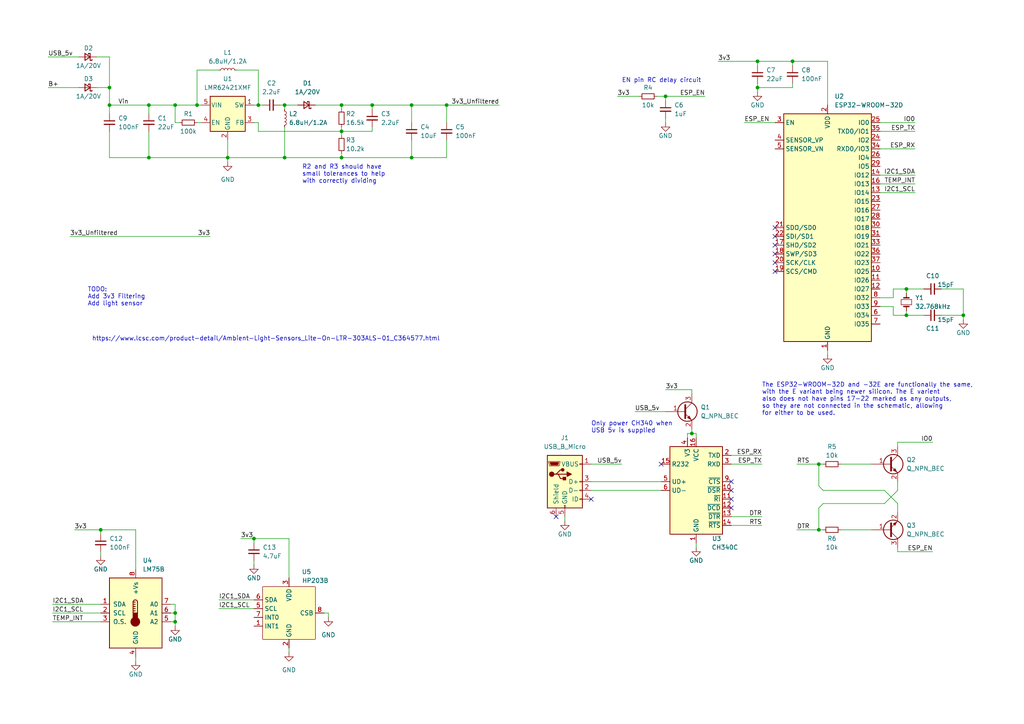
<source format=kicad_sch>
(kicad_sch (version 20211123) (generator eeschema)
  (paper "A4")
  (lib_symbols
    (symbol "Connector:USB_B_Micro" (pin_names (offset 1.016))
      (property "Reference" "J" (at -5.08 11.43 0))
      (property "Value" "USB_B_Micro" (at -5.08 8.89 0))
      (symbol "USB_B_Micro_0_1"
        (rectangle (start -5.08 -7.62) (end 5.08 7.62) (stroke (width 0.254)) (fill (type background)))
        (circle (center -3.81 2.159) (radius 0.635) (stroke (width 0.254)) (fill (type outline)))
        (circle (center -0.635 3.429) (radius 0.381) (stroke (width 0.254)) (fill (type outline)))
        (rectangle (start -0.127 -7.62) (end 0.127 -6.858))
        (polyline (pts (xy -1.905 2.159) (xy 0.635 2.159)) (stroke (width 0.254)))
        (polyline (pts (xy -3.175 2.159) (xy -2.54 2.159) (xy -1.27 3.429) (xy -0.635 3.429)) (stroke (width 0.254)))
        (polyline (pts (xy -2.54 2.159) (xy -1.905 2.159) (xy -1.27 0.889) (xy 0 0.889)) (stroke (width 0.254)))
        (polyline (pts (xy 0.635 2.794) (xy 0.635 1.524) (xy 1.905 2.159) (xy 0.635 2.794)) (stroke (width 0.254)) (fill (type outline)))
        (polyline (pts (xy -4.318 5.588) (xy -1.778 5.588) (xy -2.032 4.826) (xy -4.064 4.826) (xy -4.318 5.588)) (fill (type outline)))
        (polyline (pts (xy -4.699 5.842) (xy -4.699 5.588) (xy -4.445 4.826) (xy -4.445 4.572) (xy -1.651 4.572) (xy -1.651 4.826) (xy -1.397 5.588) (xy -1.397 5.842) (xy -4.699 5.842)))
        (rectangle (start 0.254 1.27) (end -0.508 0.508) (stroke (width 0.254)) (fill (type outline)))
        (rectangle (start 5.08 -5.207) (end 4.318 -4.953))
        (rectangle (start 5.08 -2.667) (end 4.318 -2.413))
        (rectangle (start 5.08 -0.127) (end 4.318 0.127))
        (rectangle (start 5.08 4.953) (end 4.318 5.207))
      )
      (symbol "USB_B_Micro_1_1"
        (pin power_out line (at 7.62 5.08 180) (length 2.54) (name "VBUS") (number "1"))
        (pin bidirectional line (at 7.62 -2.54 180) (length 2.54) (name "D-") (number "2"))
        (pin bidirectional line (at 7.62 0 180) (length 2.54) (name "D+") (number "3"))
        (pin passive line (at 7.62 -5.08 180) (length 2.54) (name "ID") (number "4"))
        (pin power_out line (at 0 -10.16 90) (length 2.54) (name "GND") (number "5"))
        (pin passive line (at -2.54 -10.16 90) (length 2.54) (name "Shield") (number "6"))
      )
    )
    (symbol "Device:C_Small" (pin_numbers hide) (pin_names (offset 0.254) hide)
      (property "Reference" "C" (at 0.254 1.778 0))
      (property "Value" "C_Small" (at 0.254 -2.032 0))
      (symbol "C_Small_0_1"
        (polyline (pts (xy -1.524 -0.508) (xy 1.524 -0.508)) (stroke (width 0.3302)))
        (polyline (pts (xy -1.524 0.508) (xy 1.524 0.508)) (stroke (width 0.3048)))
      )
      (symbol "C_Small_1_1"
        (pin passive line (at 0 2.54 270) (length 2.032) (name "~") (number "1"))
        (pin passive line (at 0 -2.54 90) (length 2.032) (name "~") (number "2"))
      )
    )
    (symbol "Device:Crystal_Small" (pin_numbers hide) (pin_names (offset 1.016) hide)
      (property "Reference" "Y" (at 0 2.54 0))
      (property "Value" "Crystal_Small" (at 0 -2.54 0))
      (symbol "Crystal_Small_0_1"
        (rectangle (start -0.762 -1.524) (end 0.762 1.524))
        (polyline (pts (xy -1.27 -0.762) (xy -1.27 0.762)) (stroke (width 0.381)))
        (polyline (pts (xy 1.27 -0.762) (xy 1.27 0.762)) (stroke (width 0.381)))
      )
      (symbol "Crystal_Small_1_1"
        (pin passive line (at -2.54 0 0) (length 1.27) (name "1") (number "1"))
        (pin passive line (at 2.54 0 180) (length 1.27) (name "2") (number "2"))
      )
    )
    (symbol "Device:D_Schottky_Small" (pin_numbers hide) (pin_names (offset 0.254) hide)
      (property "Reference" "D" (at -1.27 2.032 0))
      (property "Value" "D_Schottky_Small" (at -7.112 -2.032 0))
      (symbol "D_Schottky_Small_0_1"
        (polyline (pts (xy -0.762 0) (xy 0.762 0)))
        (polyline (pts (xy 0.762 -1.016) (xy -0.762 0) (xy 0.762 1.016) (xy 0.762 -1.016)) (stroke (width 0.254)))
        (polyline (pts (xy -1.27 0.762) (xy -1.27 1.016) (xy -0.762 1.016) (xy -0.762 -1.016) (xy -0.254 -1.016) (xy -0.254 -0.762)) (stroke (width 0.254)))
      )
      (symbol "D_Schottky_Small_1_1"
        (pin passive line (at -2.54 0 0) (length 1.778) (name "K") (number "1"))
        (pin passive line (at 2.54 0 180) (length 1.778) (name "A") (number "2"))
      )
    )
    (symbol "Device:L_Small" (pin_numbers hide) (pin_names (offset 0.254) hide)
      (property "Reference" "L" (at 0.762 1.016 0))
      (property "Value" "L_Small" (at 0.762 -1.016 0))
      (symbol "L_Small_0_1"
        (arc (start 0 -2.032) (mid 0.508 -1.524) (end 0 -1.016))
        (arc (start 0 -1.016) (mid 0.508 -0.508) (end 0 0))
        (arc (start 0 0) (mid 0.508 0.508) (end 0 1.016))
        (arc (start 0 1.016) (mid 0.508 1.524) (end 0 2.032))
      )
      (symbol "L_Small_1_1"
        (pin passive line (at 0 2.54 270) (length 0.508) (name "~") (number "1"))
        (pin passive line (at 0 -2.54 90) (length 0.508) (name "~") (number "2"))
      )
    )
    (symbol "Device:Q_NPN_BEC" (pin_names (offset 0) hide)
      (property "Reference" "Q" (at 5.08 1.27 0))
      (property "Value" "Q_NPN_BEC" (at 5.08 -1.27 0))
      (symbol "Q_NPN_BEC_0_1"
        (polyline (pts (xy 0.635 0.635) (xy 2.54 2.54)))
        (polyline (pts (xy 0.635 -0.635) (xy 2.54 -2.54) (xy 2.54 -2.54)))
        (polyline (pts (xy 0.635 1.905) (xy 0.635 -1.905) (xy 0.635 -1.905)) (stroke (width 0.508)))
        (polyline (pts (xy 1.27 -1.778) (xy 1.778 -1.27) (xy 2.286 -2.286) (xy 1.27 -1.778) (xy 1.27 -1.778)) (fill (type outline)))
        (circle (center 1.27 0) (radius 2.8194) (stroke (width 0.254)))
      )
      (symbol "Q_NPN_BEC_1_1"
        (pin input line (at -5.08 0 0) (length 5.715) (name "B") (number "1"))
        (pin passive line (at 2.54 -5.08 90) (length 2.54) (name "E") (number "2"))
        (pin passive line (at 2.54 5.08 270) (length 2.54) (name "C") (number "3"))
      )
    )
    (symbol "Device:R_Small" (pin_numbers hide) (pin_names (offset 0.254) hide)
      (property "Reference" "R" (at 0.762 0.508 0))
      (property "Value" "R_Small" (at 0.762 -1.016 0))
      (symbol "R_Small_0_1"
        (rectangle (start -0.762 1.778) (end 0.762 -1.778) (stroke (width 0.2032)))
      )
      (symbol "R_Small_1_1"
        (pin passive line (at 0 2.54 270) (length 0.762) (name "~") (number "1"))
        (pin passive line (at 0 -2.54 90) (length 0.762) (name "~") (number "2"))
      )
    )
    (symbol "ESP_Sensor_Board:HP203B"
      (property "Reference" "U" (at 6.35 11.43 0))
      (property "Value" "HP203B" (at 6.35 8.89 0))
      (symbol "HP203B_0_1"
        (rectangle (start -7.62 7.62) (end 7.62 -7.62) (fill (type background)))
      )
      (symbol "HP203B_1_1"
        (pin output line (at -10.16 -3.81 0) (length 2.54) (name "INT1") (number "1"))
        (pin power_in line (at 0 -10.16 90) (length 2.54) (name "GND") (number "2"))
        (pin power_in line (at 0 10.16 270) (length 2.54) (name "VDD") (number "3"))
        (pin no_connect line (at 10.16 -5.08 180) (length 2.54) hide (name "NC") (number "4"))
        (pin input line (at -10.16 1.27 0) (length 2.54) (name "SCL") (number "5"))
        (pin bidirectional line (at -10.16 3.81 0) (length 2.54) (name "SDA") (number "6"))
        (pin output line (at -10.16 -1.27 0) (length 2.54) (name "INT0") (number "7"))
        (pin passive line (at 10.16 0 180) (length 2.54) (name "CSB") (number "8"))
      )
    )
    (symbol "Interface_USB:CH340C"
      (property "Reference" "U" (at -5.08 13.97 0))
      (property "Value" "CH340C" (at 1.27 13.97 0))
      (symbol "CH340C_0_1"
        (rectangle (start -7.62 12.7) (end 7.62 -12.7) (stroke (width 0.254)) (fill (type background)))
      )
      (symbol "CH340C_1_1"
        (pin power_in line (at 0 -15.24 90) (length 2.54) (name "GND") (number "1"))
        (pin input line (at 10.16 0 180) (length 2.54) (name "~{DSR}") (number "10"))
        (pin input line (at 10.16 -2.54 180) (length 2.54) (name "~{RI}") (number "11"))
        (pin input line (at 10.16 -5.08 180) (length 2.54) (name "~{DCD}") (number "12"))
        (pin output line (at 10.16 -7.62 180) (length 2.54) (name "~{DTR}") (number "13"))
        (pin output line (at 10.16 -10.16 180) (length 2.54) (name "~{RTS}") (number "14"))
        (pin input line (at -10.16 7.62 0) (length 2.54) (name "R232") (number "15"))
        (pin power_in line (at 0 15.24 270) (length 2.54) (name "VCC") (number "16"))
        (pin output line (at 10.16 10.16 180) (length 2.54) (name "TXD") (number "2"))
        (pin input line (at 10.16 7.62 180) (length 2.54) (name "RXD") (number "3"))
        (pin passive line (at -2.54 15.24 270) (length 2.54) (name "V3") (number "4"))
        (pin bidirectional line (at -10.16 2.54 0) (length 2.54) (name "UD+") (number "5"))
        (pin bidirectional line (at -10.16 0 0) (length 2.54) (name "UD-") (number "6"))
        (pin no_connect line (at -7.62 -7.62 0) (length 2.54) hide (name "NC") (number "7"))
        (pin no_connect line (at -7.62 -10.16 0) (length 2.54) hide (name "NC") (number "8"))
        (pin input line (at 10.16 2.54 180) (length 2.54) (name "~{CTS}") (number "9"))
      )
    )
    (symbol "RF_Module:ESP32-WROOM-32D"
      (property "Reference" "U" (at -12.7 34.29 0))
      (property "Value" "ESP32-WROOM-32D" (at 1.27 34.29 0))
      (symbol "ESP32-WROOM-32D_0_1"
        (rectangle (start -12.7 33.02) (end 12.7 -33.02) (stroke (width 0.254)) (fill (type background)))
      )
      (symbol "ESP32-WROOM-32D_1_1"
        (pin power_in line (at 0 -35.56 90) (length 2.54) (name "GND") (number "1"))
        (pin bidirectional line (at 15.24 -12.7 180) (length 2.54) (name "IO25") (number "10"))
        (pin bidirectional line (at 15.24 -15.24 180) (length 2.54) (name "IO26") (number "11"))
        (pin bidirectional line (at 15.24 -17.78 180) (length 2.54) (name "IO27") (number "12"))
        (pin bidirectional line (at 15.24 10.16 180) (length 2.54) (name "IO14") (number "13"))
        (pin bidirectional line (at 15.24 15.24 180) (length 2.54) (name "IO12") (number "14"))
        (pin passive line (at 0 -35.56 90) (length 2.54) hide (name "GND") (number "15"))
        (pin bidirectional line (at 15.24 12.7 180) (length 2.54) (name "IO13") (number "16"))
        (pin bidirectional line (at -15.24 -5.08 0) (length 2.54) (name "SHD/SD2") (number "17"))
        (pin bidirectional line (at -15.24 -7.62 0) (length 2.54) (name "SWP/SD3") (number "18"))
        (pin bidirectional line (at -15.24 -12.7 0) (length 2.54) (name "SCS/CMD") (number "19"))
        (pin power_in line (at 0 35.56 270) (length 2.54) (name "VDD") (number "2"))
        (pin bidirectional line (at -15.24 -10.16 0) (length 2.54) (name "SCK/CLK") (number "20"))
        (pin bidirectional line (at -15.24 0 0) (length 2.54) (name "SDO/SD0") (number "21"))
        (pin bidirectional line (at -15.24 -2.54 0) (length 2.54) (name "SDI/SD1") (number "22"))
        (pin bidirectional line (at 15.24 7.62 180) (length 2.54) (name "IO15") (number "23"))
        (pin bidirectional line (at 15.24 25.4 180) (length 2.54) (name "IO2") (number "24"))
        (pin bidirectional line (at 15.24 30.48 180) (length 2.54) (name "IO0") (number "25"))
        (pin bidirectional line (at 15.24 20.32 180) (length 2.54) (name "IO4") (number "26"))
        (pin bidirectional line (at 15.24 5.08 180) (length 2.54) (name "IO16") (number "27"))
        (pin bidirectional line (at 15.24 2.54 180) (length 2.54) (name "IO17") (number "28"))
        (pin bidirectional line (at 15.24 17.78 180) (length 2.54) (name "IO5") (number "29"))
        (pin input line (at -15.24 30.48 0) (length 2.54) (name "EN") (number "3"))
        (pin bidirectional line (at 15.24 0 180) (length 2.54) (name "IO18") (number "30"))
        (pin bidirectional line (at 15.24 -2.54 180) (length 2.54) (name "IO19") (number "31"))
        (pin no_connect line (at -12.7 -27.94 0) (length 2.54) hide (name "NC") (number "32"))
        (pin bidirectional line (at 15.24 -5.08 180) (length 2.54) (name "IO21") (number "33"))
        (pin bidirectional line (at 15.24 22.86 180) (length 2.54) (name "RXD0/IO3") (number "34"))
        (pin bidirectional line (at 15.24 27.94 180) (length 2.54) (name "TXD0/IO1") (number "35"))
        (pin bidirectional line (at 15.24 -7.62 180) (length 2.54) (name "IO22") (number "36"))
        (pin bidirectional line (at 15.24 -10.16 180) (length 2.54) (name "IO23") (number "37"))
        (pin passive line (at 0 -35.56 90) (length 2.54) hide (name "GND") (number "38"))
        (pin passive line (at 0 -35.56 90) (length 2.54) hide (name "GND") (number "39"))
        (pin input line (at -15.24 25.4 0) (length 2.54) (name "SENSOR_VP") (number "4"))
        (pin input line (at -15.24 22.86 0) (length 2.54) (name "SENSOR_VN") (number "5"))
        (pin input line (at 15.24 -25.4 180) (length 2.54) (name "IO34") (number "6"))
        (pin input line (at 15.24 -27.94 180) (length 2.54) (name "IO35") (number "7"))
        (pin bidirectional line (at 15.24 -20.32 180) (length 2.54) (name "IO32") (number "8"))
        (pin bidirectional line (at 15.24 -22.86 180) (length 2.54) (name "IO33") (number "9"))
      )
    )
    (symbol "Regulator_Switching:LMR62421XMF" (pin_names (offset 0.254))
      (property "Reference" "U" (at -5.08 6.35 0))
      (property "Value" "LMR62421XMF" (at 0 6.35 0))
      (symbol "LMR62421XMF_0_1"
        (rectangle (start -5.08 5.08) (end 5.08 -5.08) (stroke (width 0.254)) (fill (type background)))
      )
      (symbol "LMR62421XMF_1_1"
        (pin output line (at 7.62 2.54 180) (length 2.54) (name "SW") (number "1"))
        (pin power_in line (at 0 -7.62 90) (length 2.54) (name "GND") (number "2"))
        (pin input line (at 7.62 -2.54 180) (length 2.54) (name "FB") (number "3"))
        (pin input line (at -7.62 -2.54 0) (length 2.54) (name "EN") (number "4"))
        (pin input line (at -7.62 2.54 0) (length 2.54) (name "VIN") (number "5"))
      )
    )
    (symbol "Sensor_Temperature:LM75B" (pin_names (offset 1.016))
      (property "Reference" "U" (at -6.35 11.43 0))
      (property "Value" "LM75B" (at 0 11.43 0))
      (symbol "LM75B_0_1"
        (rectangle (start -7.62 10.16) (end 7.62 -10.16) (stroke (width 0.254)) (fill (type background)))
        (circle (center -0.127 -2.54) (radius 1.27) (stroke (width 0.254)) (fill (type outline)))
        (polyline (pts (xy -0.762 0.635) (xy -0.127 0.635)) (stroke (width 0.254)))
        (polyline (pts (xy -0.762 1.27) (xy -0.127 1.27)) (stroke (width 0.254)))
        (polyline (pts (xy -0.762 1.905) (xy -0.127 1.905)) (stroke (width 0.254)))
        (polyline (pts (xy -0.762 2.54) (xy -0.127 2.54)) (stroke (width 0.254)))
        (polyline (pts (xy -0.762 3.175) (xy -0.762 0)) (stroke (width 0.254)))
        (polyline (pts (xy -0.762 3.175) (xy -0.127 3.175)) (stroke (width 0.254)))
        (polyline (pts (xy 0.508 3.175) (xy 0.508 0)) (stroke (width 0.254)))
        (rectangle (start 0.508 -1.905) (end -0.762 0) (stroke (width 0.254)) (fill (type outline)))
        (arc (start 0.508 3.175) (mid -0.127 3.81) (end -0.762 3.175) (stroke (width 0.254)))
      )
      (symbol "LM75B_1_1"
        (pin bidirectional line (at -10.16 2.54 0) (length 2.54) (name "SDA") (number "1"))
        (pin input line (at -10.16 0 0) (length 2.54) (name "SCL") (number "2"))
        (pin open_collector line (at -10.16 -2.54 0) (length 2.54) (name "O.S.") (number "3"))
        (pin power_in line (at 0 -12.7 90) (length 2.54) (name "GND") (number "4"))
        (pin input line (at 10.16 -2.54 180) (length 2.54) (name "A2") (number "5"))
        (pin input line (at 10.16 0 180) (length 2.54) (name "A1") (number "6"))
        (pin input line (at 10.16 2.54 180) (length 2.54) (name "A0") (number "7"))
        (pin power_in line (at 0 12.7 270) (length 2.54) (name "+Vs") (number "8"))
      )
    )
    (symbol "power:GND" (power) (pin_names (offset 0))
      (property "Value" "GND" (at 0 -3.81 0))
      (symbol "GND_0_1"
        (polyline (pts (xy 0 0) (xy 0 -1.27) (xy 1.27 -1.27) (xy 0 -2.54) (xy -1.27 -1.27) (xy 0 -1.27)))
      )
      (symbol "GND_1_1"
        (pin power_in line (at 0 0 270) (length 0) hide (name "GND") (number "1"))
      )
    )
  )
  (junction (at 129.54 30.48))
  (junction (at 50.8 30.48))
  (junction (at 74.93 30.48))
  (junction (at 29.21 153.67))
  (junction (at 99.06 45.72))
  (junction (at 107.95 30.48))
  (junction (at 237.49 153.67))
  (junction (at 82.55 45.72))
  (junction (at 219.71 17.78))
  (junction (at 82.55 30.48))
  (junction (at 43.18 45.72))
  (junction (at 50.8 177.8))
  (junction (at 31.75 25.4))
  (junction (at 66.04 45.72))
  (junction (at 237.49 134.62))
  (junction (at 119.38 45.72))
  (junction (at 200.66 125.73))
  (junction (at 50.8 180.34))
  (junction (at 43.18 30.48))
  (junction (at 99.06 38.1))
  (junction (at 229.87 17.78))
  (junction (at 99.06 30.48))
  (junction (at 262.89 91.44))
  (junction (at 193.04 27.94))
  (junction (at 119.38 30.48))
  (junction (at 262.89 83.82))
  (junction (at 219.71 25.4))
  (junction (at 57.15 30.48))
  (junction (at 279.4 91.44))
  (junction (at 73.66 156.21))
  (junction (at 31.75 30.48))
  (no_connect (at 171.45 144.78))
  (no_connect (at 224.79 71.12))
  (no_connect (at 224.79 68.58))
  (no_connect (at 191.77 134.62))
  (no_connect (at 212.09 139.7))
  (no_connect (at 212.09 142.24))
  (no_connect (at 212.09 147.32))
  (no_connect (at 212.09 144.78))
  (no_connect (at 161.29 149.86))
  (no_connect (at 224.79 73.66))
  (no_connect (at 224.79 76.2))
  (no_connect (at 224.79 78.74))
  (no_connect (at 224.79 66.04))
  (wire (pts (xy 50.8 180.34) (xy 50.8 181.61)))
  (wire (pts (xy 200.66 124.46) (xy 200.66 125.73)))
  (wire (pts (xy 262.89 90.17) (xy 262.89 91.44)))
  (wire (pts (xy 237.49 140.97) (xy 237.49 134.62)))
  (wire (pts (xy 262.89 91.44) (xy 267.97 91.44)))
  (wire (pts (xy 273.05 83.82) (xy 279.4 83.82)))
  (wire (pts (xy 231.14 134.62) (xy 237.49 134.62)))
  (wire (pts (xy 212.09 149.86) (xy 220.98 149.86)))
  (wire (pts (xy 99.06 39.37) (xy 99.06 38.1)))
  (wire (pts (xy 255.27 50.8) (xy 265.43 50.8)))
  (wire (pts (xy 99.06 44.45) (xy 99.06 45.72)))
  (wire (pts (xy 63.5 173.99) (xy 73.66 173.99)))
  (wire (pts (xy 49.53 175.26) (xy 50.8 175.26)))
  (wire (pts (xy 260.35 158.75) (xy 260.35 160.02)))
  (wire (pts (xy 82.55 45.72) (xy 66.04 45.72)))
  (wire (pts (xy 95.25 177.8) (xy 95.25 179.07)))
  (wire (pts (xy 20.32 68.58) (xy 60.96 68.58)))
  (wire (pts (xy 229.87 24.13) (xy 229.87 25.4)))
  (wire (pts (xy 63.5 20.32) (xy 57.15 20.32)))
  (wire (pts (xy 15.24 177.8) (xy 29.21 177.8)))
  (wire (pts (xy 66.04 45.72) (xy 66.04 46.99)))
  (wire (pts (xy 43.18 45.72) (xy 66.04 45.72)))
  (wire (pts (xy 73.66 156.21) (xy 83.82 156.21)))
  (wire (pts (xy 83.82 187.96) (xy 83.82 189.23)))
  (wire (pts (xy 193.04 27.94) (xy 193.04 29.21)))
  (wire (pts (xy 237.49 153.67) (xy 238.76 153.67)))
  (wire (pts (xy 74.93 35.56) (xy 73.66 35.56)))
  (wire (pts (xy 240.03 101.6) (xy 240.03 102.87)))
  (wire (pts (xy 107.95 31.75) (xy 107.95 30.48)))
  (wire (pts (xy 255.27 88.9) (xy 259.08 88.9)))
  (wire (pts (xy 13.97 25.4) (xy 22.86 25.4)))
  (wire (pts (xy 255.27 55.88) (xy 265.43 55.88)))
  (wire (pts (xy 201.93 125.73) (xy 201.93 127)))
  (wire (pts (xy 31.75 38.1) (xy 31.75 45.72)))
  (wire (pts (xy 255.27 53.34) (xy 265.43 53.34)))
  (wire (pts (xy 190.5 27.94) (xy 193.04 27.94)))
  (wire (pts (xy 179.07 27.94) (xy 185.42 27.94)))
  (wire (pts (xy 73.66 162.56) (xy 73.66 163.83)))
  (wire (pts (xy 99.06 30.48) (xy 107.95 30.48)))
  (wire (pts (xy 31.75 30.48) (xy 31.75 33.02)))
  (wire (pts (xy 57.15 30.48) (xy 58.42 30.48)))
  (wire (pts (xy 13.97 16.51) (xy 22.86 16.51)))
  (wire (pts (xy 259.08 83.82) (xy 262.89 83.82)))
  (wire (pts (xy 31.75 25.4) (xy 31.75 30.48)))
  (wire (pts (xy 29.21 153.67) (xy 29.21 154.94)))
  (wire (pts (xy 212.09 134.62) (xy 220.98 134.62)))
  (wire (pts (xy 260.35 142.24) (xy 260.35 139.7)))
  (wire (pts (xy 93.98 177.8) (xy 95.25 177.8)))
  (wire (pts (xy 200.66 125.73) (xy 201.93 125.73)))
  (wire (pts (xy 208.28 17.78) (xy 219.71 17.78)))
  (wire (pts (xy 99.06 30.48) (xy 99.06 31.75)))
  (wire (pts (xy 193.04 34.29) (xy 193.04 35.56)))
  (wire (pts (xy 107.95 36.83) (xy 107.95 38.1)))
  (wire (pts (xy 82.55 30.48) (xy 86.36 30.48)))
  (wire (pts (xy 200.66 113.03) (xy 200.66 114.3)))
  (wire (pts (xy 237.49 134.62) (xy 238.76 134.62)))
  (wire (pts (xy 193.04 113.03) (xy 200.66 113.03)))
  (wire (pts (xy 74.93 30.48) (xy 73.66 30.48)))
  (wire (pts (xy 68.58 20.32) (xy 74.93 20.32)))
  (wire (pts (xy 171.45 139.7) (xy 191.77 139.7)))
  (wire (pts (xy 229.87 25.4) (xy 219.71 25.4)))
  (wire (pts (xy 256.54 146.05) (xy 260.35 142.24)))
  (wire (pts (xy 27.94 25.4) (xy 31.75 25.4)))
  (wire (pts (xy 219.71 24.13) (xy 219.71 25.4)))
  (wire (pts (xy 82.55 30.48) (xy 82.55 31.75)))
  (wire (pts (xy 50.8 30.48) (xy 57.15 30.48)))
  (wire (pts (xy 29.21 160.02) (xy 29.21 161.29)))
  (wire (pts (xy 39.37 165.1) (xy 39.37 153.67)))
  (wire (pts (xy 49.53 180.34) (xy 50.8 180.34)))
  (wire (pts (xy 265.43 35.56) (xy 255.27 35.56)))
  (wire (pts (xy 50.8 175.26) (xy 50.8 177.8)))
  (wire (pts (xy 74.93 38.1) (xy 74.93 35.56)))
  (wire (pts (xy 99.06 38.1) (xy 74.93 38.1)))
  (wire (pts (xy 27.94 16.51) (xy 31.75 16.51)))
  (wire (pts (xy 91.44 30.48) (xy 99.06 30.48)))
  (wire (pts (xy 99.06 45.72) (xy 119.38 45.72)))
  (wire (pts (xy 259.08 88.9) (xy 259.08 91.44)))
  (wire (pts (xy 256.54 142.24) (xy 238.76 142.24)))
  (wire (pts (xy 171.45 134.62) (xy 180.34 134.62)))
  (wire (pts (xy 49.53 177.8) (xy 50.8 177.8)))
  (wire (pts (xy 279.4 91.44) (xy 279.4 92.71)))
  (wire (pts (xy 74.93 30.48) (xy 76.2 30.48)))
  (wire (pts (xy 215.9 35.56) (xy 224.79 35.56)))
  (wire (pts (xy 99.06 38.1) (xy 107.95 38.1)))
  (wire (pts (xy 212.09 152.4) (xy 220.98 152.4)))
  (wire (pts (xy 260.35 129.54) (xy 260.35 128.27)))
  (wire (pts (xy 259.08 86.36) (xy 259.08 83.82)))
  (wire (pts (xy 243.84 153.67) (xy 252.73 153.67)))
  (wire (pts (xy 184.15 119.38) (xy 193.04 119.38)))
  (wire (pts (xy 39.37 190.5) (xy 39.37 191.77)))
  (wire (pts (xy 31.75 16.51) (xy 31.75 25.4)))
  (wire (pts (xy 273.05 91.44) (xy 279.4 91.44)))
  (wire (pts (xy 119.38 35.56) (xy 119.38 30.48)))
  (wire (pts (xy 43.18 38.1) (xy 43.18 45.72)))
  (wire (pts (xy 15.24 175.26) (xy 29.21 175.26)))
  (wire (pts (xy 229.87 17.78) (xy 229.87 19.05)))
  (wire (pts (xy 219.71 17.78) (xy 229.87 17.78)))
  (wire (pts (xy 229.87 17.78) (xy 240.03 17.78)))
  (wire (pts (xy 82.55 45.72) (xy 99.06 45.72)))
  (wire (pts (xy 50.8 35.56) (xy 50.8 30.48)))
  (wire (pts (xy 31.75 30.48) (xy 43.18 30.48)))
  (wire (pts (xy 129.54 30.48) (xy 144.78 30.48)))
  (wire (pts (xy 262.89 83.82) (xy 262.89 85.09)))
  (wire (pts (xy 256.54 142.24) (xy 260.35 146.05)))
  (wire (pts (xy 43.18 30.48) (xy 43.18 33.02)))
  (wire (pts (xy 50.8 177.8) (xy 50.8 180.34)))
  (wire (pts (xy 63.5 176.53) (xy 73.66 176.53)))
  (wire (pts (xy 279.4 83.82) (xy 279.4 91.44)))
  (wire (pts (xy 81.28 30.48) (xy 82.55 30.48)))
  (wire (pts (xy 255.27 43.18) (xy 265.43 43.18)))
  (wire (pts (xy 193.04 27.94) (xy 204.47 27.94)))
  (wire (pts (xy 21.59 153.67) (xy 29.21 153.67)))
  (wire (pts (xy 99.06 36.83) (xy 99.06 38.1)))
  (wire (pts (xy 262.89 83.82) (xy 267.97 83.82)))
  (wire (pts (xy 259.08 91.44) (xy 262.89 91.44)))
  (wire (pts (xy 31.75 45.72) (xy 43.18 45.72)))
  (wire (pts (xy 163.83 149.86) (xy 163.83 151.13)))
  (wire (pts (xy 15.24 180.34) (xy 29.21 180.34)))
  (wire (pts (xy 52.07 35.56) (xy 50.8 35.56)))
  (wire (pts (xy 119.38 40.64) (xy 119.38 45.72)))
  (wire (pts (xy 83.82 167.64) (xy 83.82 156.21)))
  (wire (pts (xy 219.71 17.78) (xy 219.71 19.05)))
  (wire (pts (xy 129.54 30.48) (xy 129.54 35.56)))
  (wire (pts (xy 255.27 38.1) (xy 265.43 38.1)))
  (wire (pts (xy 66.04 40.64) (xy 66.04 45.72)))
  (wire (pts (xy 43.18 30.48) (xy 50.8 30.48)))
  (wire (pts (xy 219.71 25.4) (xy 219.71 26.67)))
  (wire (pts (xy 238.76 142.24) (xy 237.49 140.97)))
  (wire (pts (xy 260.35 160.02) (xy 270.51 160.02)))
  (wire (pts (xy 29.21 153.67) (xy 39.37 153.67)))
  (wire (pts (xy 82.55 36.83) (xy 82.55 45.72)))
  (wire (pts (xy 237.49 147.32) (xy 237.49 153.67)))
  (wire (pts (xy 260.35 146.05) (xy 260.35 148.59)))
  (wire (pts (xy 73.66 156.21) (xy 73.66 157.48)))
  (wire (pts (xy 243.84 134.62) (xy 252.73 134.62)))
  (wire (pts (xy 129.54 45.72) (xy 119.38 45.72)))
  (wire (pts (xy 57.15 20.32) (xy 57.15 30.48)))
  (wire (pts (xy 255.27 86.36) (xy 259.08 86.36)))
  (wire (pts (xy 69.85 156.21) (xy 73.66 156.21)))
  (wire (pts (xy 238.76 146.05) (xy 237.49 147.32)))
  (wire (pts (xy 199.39 125.73) (xy 200.66 125.73)))
  (wire (pts (xy 240.03 30.48) (xy 240.03 17.78)))
  (wire (pts (xy 129.54 40.64) (xy 129.54 45.72)))
  (wire (pts (xy 74.93 20.32) (xy 74.93 30.48)))
  (wire (pts (xy 171.45 142.24) (xy 191.77 142.24)))
  (wire (pts (xy 119.38 30.48) (xy 129.54 30.48)))
  (wire (pts (xy 238.76 146.05) (xy 256.54 146.05)))
  (wire (pts (xy 107.95 30.48) (xy 119.38 30.48)))
  (wire (pts (xy 57.15 35.56) (xy 58.42 35.56)))
  (wire (pts (xy 199.39 127) (xy 199.39 125.73)))
  (wire (pts (xy 231.14 153.67) (xy 237.49 153.67)))
  (wire (pts (xy 201.93 157.48) (xy 201.93 158.75)))
  (wire (pts (xy 212.09 132.08) (xy 220.98 132.08)))
  (wire (pts (xy 260.35 128.27) (xy 270.51 128.27)))
  (text "https://www.lcsc.com/product-detail/Ambient-Light-Sensors_Lite-On-LTR-303ALS-01_C364577.html" (at 26.67 99.06 0) (effects (font (size 1.27 1.27)) (justify left bottom)))
  (text "EN pin RC delay circuit" (at 180.34 24.13 0) (effects (font (size 1.27 1.27)) (justify left bottom)))
  (text "The ESP32-WROOM-32D and -32E are functionally the same,\nwith the E variant being newer silicon. The E varient\nalso does not have pins 17-22 marked as any outputs,\nso they are not connected in the schematic, allowing\nfor either to be used." (at 220.98 120.65 0) (effects (font (size 1.27 1.27)) (justify left bottom)))
  (text "TODO:\nAdd 3v3 Filtering\nAdd light sensor" (at 25.4 88.9 0) (effects (font (size 1.27 1.27)) (justify left bottom)))
  (text "Only power CH340 when\nUSB 5v is supplied" (at 171.45 125.73 0) (effects (font (size 1.27 1.27)) (justify left bottom)))
  (text "R2 and R3 should have\nsmall tolerances to help\nwith correctly dividing" (at 87.63 53.34 0) (effects (font (size 1.27 1.27)) (justify left bottom)))
  (label "RTS" (at 231.14 134.62 0))
  (label "USB_5v" (at 13.97 16.51 0))
  (label "3v3" (at 60.96 68.58 180))
  (label "IO0" (at 270.51 128.27 180))
  (label "ESP_RX" (at 265.43 43.18 180))
  (label "I2C1_SCL" (at 63.5 176.53 0))
  (label "ESP_TX" (at 220.98 134.62 180))
  (label "DTR" (at 220.98 149.86 180))
  (label "3v3" (at 69.85 156.21 0))
  (label "ESP_TX" (at 265.43 38.1 180))
  (label "TEMP_INT" (at 15.24 180.34 0))
  (label "USB_5v" (at 180.34 134.62 180))
  (label "I2C1_SDA" (at 265.43 50.8 180))
  (label "I2C1_SDA" (at 63.5 173.99 0))
  (label "IO0" (at 265.43 35.56 180))
  (label "B+" (at 13.97 25.4 0))
  (label "ESP_EN" (at 270.51 160.02 180))
  (label "3v3_Unfiltered" (at 144.78 30.48 180))
  (label "I2C1_SCL" (at 265.43 55.88 180))
  (label "RTS" (at 220.98 152.4 180))
  (label "3v3" (at 193.04 113.03 0))
  (label "USB_5v" (at 184.15 119.38 0))
  (label "3v3" (at 208.28 17.78 0))
  (label "Vin" (at 34.29 30.48 0))
  (label "ESP_RX" (at 220.98 132.08 180))
  (label "3v3" (at 179.07 27.94 0))
  (label "ESP_EN" (at 215.9 35.56 0))
  (label "3v3" (at 21.59 153.67 0))
  (label "DTR" (at 231.14 153.67 0))
  (label "TEMP_INT" (at 265.43 53.34 180))
  (label "I2C1_SCL" (at 15.24 177.8 0))
  (label "I2C1_SDA" (at 15.24 175.26 0))
  (label "3v3_Unfiltered" (at 20.32 68.58 0))
  (label "ESP_EN" (at 204.47 27.94 180))
  (symbol (lib_id "Device:L_Small") (at 66.04 20.32 90) (unit 1)
    (property "Reference" "L1" (at 66.04 15.24 90))
    (property "Value" "6.8uH/1.2A" (at 66.04 17.78 90))
    (property "Footprint" "ESP_Sensor_Board:L_4.5x3.2" (effects hide))
    (property "LCSC Part Number" "C2929418" (effects hide))
    (property "Manufacturer" "SHOU HAN" (effects hide))
    (property "Manufacturer Part Number" "CY43-6.8UH" (effects hide))
  )
  (symbol (lib_id "Device:C_Small") (at 31.75 35.56 0) (unit 1)
    (property "Reference" "C9" (at 34.29 34.2962 0) (effects (justify left)))
    (property "Value" "100nF" (at 34.29 36.8362 0) (effects (justify left)))
    (property "Footprint" "Capacitor_SMD:C_0603_1608Metric" (effects hide))
    (property "LCSC Part Number" "C1590" (effects hide))
    (property "Manufacturer" "Samsung Electro-Mechanics" (effects hide))
    (property "Manufacturer Part Number" "CL10B104KA8NNNC" (effects hide))
  )
  (symbol (lib_id "Device:R_Small") (at 241.3 134.62 90) (unit 1)
    (property "Reference" "R5" (at 241.3 129.54 90))
    (property "Value" "10k" (at 241.3 132.08 90))
    (property "Footprint" "Resistor_SMD:R_0603_1608Metric" (effects hide))
    (property "LCSC Part Number" "C706017" (effects hide))
    (property "Manufacturer" "YAGEO" (effects hide))
    (property "Manufacturer Part Number" "RT0603DRE0710KL" (effects hide))
  )
  (symbol (lib_id "Device:C_Small") (at 73.66 160.02 0) (unit 1)
    (property "Reference" "C13" (at 76.2 158.7562 0) (effects (justify left)))
    (property "Value" "4.7uF" (at 76.2 161.2962 0) (effects (justify left)))
    (property "Footprint" "Capacitor_SMD:C_0603_1608Metric" (effects hide))
    (property "LCSC Part Number" "C8032" (effects hide))
    (property "Manufacturer" "Samsung Electro-Mechanics" (effects hide))
    (property "Manufacturer Part Number" "CL10A475KQ8NNNC" (effects hide))
  )
  (symbol (lib_id "power:GND") (at 73.66 163.83 0) (unit 1)
    (property "Reference" "#PWR0103" (effects hide))
    (property "Value" "GND" (at 73.66 167.64 0))
  )
  (symbol (lib_id "power:GND") (at 66.04 46.99 0) (unit 1)
    (property "Reference" "#PWR01" (effects hide))
    (property "Value" "GND" (at 66.04 52.07 0))
  )
  (symbol (lib_id "Device:C_Small") (at 78.74 30.48 90) (unit 1)
    (property "Reference" "C2" (at 78.7463 24.13 90))
    (property "Value" "2.2uF" (at 78.7463 26.67 90))
    (property "Footprint" "Capacitor_SMD:C_0603_1608Metric" (effects hide))
    (property "LCSC Part Number" "C23630" (effects hide))
    (property "Manufacturer" "Samsung Electro-Mechanics" (effects hide))
    (property "Manufacturer Part Number" "CL10A225KO8NNNC" (effects hide))
  )
  (symbol (lib_id "Device:C_Small") (at 43.18 35.56 0) (unit 1)
    (property "Reference" "C1" (at 45.72 34.2962 0) (effects (justify left)))
    (property "Value" "22uF" (at 45.72 36.8362 0) (effects (justify left)))
    (property "Footprint" "Capacitor_SMD:C_0603_1608Metric" (effects hide))
    (property "LCSC Part Number" "C86295" (effects hide))
    (property "Manufacturer" "Samsung Electro-Mechanics" (effects hide))
    (property "Manufacturer Part Number" "CL10A226MP8NUNE" (effects hide))
  )
  (symbol (lib_id "Device:C_Small") (at 129.54 38.1 0) (unit 1)
    (property "Reference" "C5" (at 132.08 36.8362 0) (effects (justify left)))
    (property "Value" "100nF" (at 132.08 39.3762 0) (effects (justify left)))
    (property "Footprint" "Capacitor_SMD:C_0603_1608Metric" (effects hide))
    (property "LCSC Part Number" "C1590" (effects hide))
    (property "Manufacturer" "Samsung Electro-Mechanics" (effects hide))
    (property "Manufacturer Part Number" "CL10B104KA8NNNC" (effects hide))
  )
  (symbol (lib_id "power:GND") (at 163.83 151.13 0) (unit 1)
    (property "Reference" "#PWR05" (effects hide))
    (property "Value" "GND" (at 163.83 154.94 0))
  )
  (symbol (lib_id "Device:L_Small") (at 82.55 34.29 0) (unit 1)
    (property "Reference" "L2" (at 83.82 33.0199 0) (effects (justify left)))
    (property "Value" "6.8uH/1.2A" (at 83.82 35.5599 0) (effects (justify left)))
    (property "Footprint" "ESP_Sensor_Board:L_4.5x3.2" (effects hide))
    (property "LCSC Part Number" "C2929418" (effects hide))
    (property "Manufacturer" "SHOU HAN" (effects hide))
    (property "Manufacturer Part Number" "CY43-6.8UH" (effects hide))
  )
  (symbol (lib_id "Connector:USB_B_Micro") (at 163.83 139.7 0) (unit 1)
    (property "Reference" "J1" (at 163.83 127 0))
    (property "Value" "USB_B_Micro" (at 163.83 129.54 0))
    (property "Footprint" "Connector_USB:USB_Micro-B_Amphenol_10118194_Horizontal" (effects hide))
    (property "LCSC Part Number" "C132563" (effects hide))
    (property "Manufacturer" "Amphenol ICC" (effects hide))
    (property "Manufacturer Part Number" "10118194-0001LF" (effects hide))
  )
  (symbol (lib_id "Device:C_Small") (at 193.04 31.75 0) (unit 1)
    (property "Reference" "C6" (at 195.58 30.4862 0) (effects (justify left)))
    (property "Value" "1uF" (at 195.58 33.0262 0) (effects (justify left)))
    (property "Footprint" "Capacitor_SMD:C_0603_1608Metric" (effects hide))
    (property "LCSC Part Number" "C1592" (effects hide))
    (property "Manufacturer" "Samsung Electro-Mechanics" (effects hide))
    (property "Manufacturer Part Number" "CL10A105KO8NNNC" (effects hide))
  )
  (symbol (lib_id "power:GND") (at 193.04 35.56 0) (unit 1)
    (property "Reference" "#PWR02" (effects hide))
    (property "Value" "GND" (at 193.04 39.37 0))
  )
  (symbol (lib_id "power:GND") (at 83.82 189.23 0) (unit 1)
    (property "Reference" "#PWR0101" (effects hide))
    (property "Value" "GND" (at 83.82 194.31 0))
  )
  (symbol (lib_id "Device:C_Small") (at 270.51 91.44 90) (unit 1)
    (property "Reference" "C11" (at 270.5163 95.25 90))
    (property "Value" "15pF" (at 274.3263 92.71 90))
    (property "Footprint" "Capacitor_SMD:C_0603_1608Metric" (effects hide))
    (property "LCSC Part Number" "C1648" (effects hide))
    (property "Manufacturer" "Samsung Electro-Mechanics" (effects hide))
    (property "Manufacturer Part Number" "CL10C200JB8NNNC" (effects hide))
  )
  (symbol (lib_id "Device:R_Small") (at 187.96 27.94 90) (unit 1)
    (property "Reference" "R4" (at 187.96 25.4 90))
    (property "Value" "10k" (at 187.96 30.48 90))
    (property "Footprint" "Resistor_SMD:R_0603_1608Metric" (effects hide))
    (property "LCSC Part Number" "C706017" (effects hide))
    (property "Manufacturer" "YAGEO" (effects hide))
    (property "Manufacturer Part Number" "RT0603DRE0710KL" (effects hide))
  )
  (symbol (lib_id "power:GND") (at 240.03 102.87 0) (unit 1)
    (property "Reference" "#PWR04" (effects hide))
    (property "Value" "GND" (at 240.03 106.68 0))
  )
  (symbol (lib_id "Regulator_Switching:LMR62421XMF") (at 66.04 33.02 0) (unit 1)
    (property "Reference" "U1" (at 66.04 22.86 0))
    (property "Value" "LMR62421XMF" (at 66.04 25.4 0))
    (property "Footprint" "Package_TO_SOT_SMD:SOT-23-5" (effects hide))
    (property "Datasheet" "http://www.ti.com/lit/ds/symlink/lmr62421.pdf" (effects hide))
    (property "LCSC Part Number" "C206031" (effects hide))
    (property "Manufacturer" "Texas Instruments" (effects hide))
    (property "Manufacturer Part Number" "LMR62421XMF" (effects hide))
  )
  (symbol (lib_id "Device:Q_NPN_BEC") (at 257.81 153.67 0) (mirror x) (unit 1)
    (property "Reference" "Q3" (at 262.89 152.3999 0) (effects (justify left)))
    (property "Value" "Q_NPN_BEC" (at 262.89 154.9399 0) (effects (justify left)))
    (property "Footprint" "Package_TO_SOT_SMD:SOT-23" (effects hide))
    (property "LCSC Part Number" "C2150" (effects hide))
    (property "Manufacturer" "Jiangsu Changjing Electronics Technology Co., Ltd." (effects hide))
    (property "Manufacturer Part Number" "SS8050" (effects hide))
  )
  (symbol (lib_id "Device:R_Small") (at 99.06 34.29 0) (unit 1)
    (property "Reference" "R2" (at 100.33 33.0199 0) (effects (justify left)))
    (property "Value" "16.5k" (at 100.33 35.5599 0) (effects (justify left)))
    (property "Footprint" "Resistor_SMD:R_0603_1608Metric" (effects hide))
    (property "LCSC Part Number" "C471802" (effects hide))
    (property "Manufacturer" "YAGEO" (effects hide))
    (property "Manufacturer Part Number" "RC0603DR-0716K5L" (effects hide))
  )
  (symbol (lib_id "Device:Crystal_Small") (at 262.89 87.63 90) (unit 1)
    (property "Reference" "Y1" (at 265.43 86.3599 90) (effects (justify right)))
    (property "Value" "32.768kHz" (at 265.43 88.8999 90) (effects (justify right)))
    (property "Footprint" "Crystal:Crystal_SMD_3215-2Pin_3.2x1.5mm" (effects hide))
    (property "LCSC Part Number" "C620155" (effects hide))
    (property "Manufacturer" "Yangxing Tech" (effects hide))
    (property "Manufacturer Part Number" "X321532768KGD2SI" (effects hide))
  )
  (symbol (lib_id "power:GND") (at 50.8 181.61 0) (unit 1)
    (property "Reference" "#PWR010" (effects hide))
    (property "Value" "GND" (at 50.8 185.42 0))
  )
  (symbol (lib_id "power:GND") (at 219.71 26.67 0) (unit 1)
    (property "Reference" "#PWR03" (effects hide))
    (property "Value" "GND" (at 219.71 30.48 0))
  )
  (symbol (lib_id "Device:C_Small") (at 119.38 38.1 0) (unit 1)
    (property "Reference" "C4" (at 121.92 36.8362 0) (effects (justify left)))
    (property "Value" "10uF" (at 121.92 39.3762 0) (effects (justify left)))
    (property "Footprint" "Capacitor_SMD:C_0603_1608Metric" (effects hide))
    (property "LCSC Part Number" "C19702" (effects hide))
    (property "Manufacturer" "Samsung Electro-Mechanics" (effects hide))
    (property "Manufacturer Part Number" "CL10A106KP8NNNC" (effects hide))
  )
  (symbol (lib_id "Device:C_Small") (at 219.71 21.59 0) (unit 1)
    (property "Reference" "C7" (at 222.25 20.3262 0) (effects (justify left)))
    (property "Value" "22uF" (at 222.25 22.8662 0) (effects (justify left)))
    (property "Footprint" "Capacitor_SMD:C_0603_1608Metric" (effects hide))
    (property "LCSC Part Number" "C86295" (effects hide))
    (property "Manufacturer" "Samsung Electro-Mechanics" (effects hide))
    (property "Manufacturer Part Number" "CL10A226MP8NUNE" (effects hide))
  )
  (symbol (lib_id "Device:C_Small") (at 107.95 34.29 0) (unit 1)
    (property "Reference" "C3" (at 110.49 33.0262 0) (effects (justify left)))
    (property "Value" "2.2uF" (at 110.49 35.5662 0) (effects (justify left)))
    (property "Footprint" "Capacitor_SMD:C_0603_1608Metric" (effects hide))
    (property "LCSC Part Number" "C23630" (effects hide))
    (property "Manufacturer" "Samsung Electro-Mechanics" (effects hide))
    (property "Manufacturer Part Number" "CL10A225KO8NNNC" (effects hide))
  )
  (symbol (lib_id "power:GND") (at 29.21 161.29 0) (unit 1)
    (property "Reference" "#PWR08" (effects hide))
    (property "Value" "GND" (at 29.21 165.1 0))
  )
  (symbol (lib_id "Interface_USB:CH340C") (at 201.93 142.24 0) (unit 1)
    (property "Reference" "U3" (at 206.4894 156.21 0) (effects (justify left)))
    (property "Value" "CH340C" (at 214.1094 158.75 0) (effects (justify right)))
    (property "Footprint" "Package_SO:SOIC-16_3.9x9.9mm_P1.27mm" (effects hide))
    (property "Datasheet" "https://datasheet.lcsc.com/szlcsc/Jiangsu-Qin-Heng-CH340C_C84681.pdf" (effects hide))
    (property "LCSC Part Number" "C84681" (effects hide))
    (property "Manufacturer" "WCH(Jiangsu Qin Heng)" (effects hide))
    (property "Manufacturer Part Number" "CH340C" (effects hide))
  )
  (symbol (lib_id "Device:D_Schottky_Small") (at 25.4 25.4 180) (unit 1)
    (property "Reference" "D3" (at 25.654 22.86 0))
    (property "Value" "1A/20V" (at 25.654 27.94 0))
    (property "Footprint" "Diode_SMD:D_SOD-123F" (effects hide))
    (property "LCSC Part Number" "C511866" (effects hide))
    (property "Manufacturer" "BORN" (effects hide))
    (property "Manufacturer Part Number" "DSS34" (effects hide))
  )
  (symbol (lib_id "Device:R_Small") (at 241.3 153.67 90) (unit 1)
    (property "Reference" "R6" (at 241.3 156.21 90))
    (property "Value" "10k" (at 241.3 158.75 90))
    (property "Footprint" "Resistor_SMD:R_0603_1608Metric" (effects hide))
    (property "LCSC Part Number" "C706017" (effects hide))
    (property "Manufacturer" "YAGEO" (effects hide))
    (property "Manufacturer Part Number" "RT0603DRE0710KL" (effects hide))
  )
  (symbol (lib_id "ESP_Sensor_Board:HP203B") (at 83.82 177.8 0) (unit 1)
    (property "Reference" "U5" (at 88.9 165.8493 0))
    (property "Value" "HP203B" (at 91.44 168.3893 0))
    (property "Footprint" "ESP_Sensor_Board:HP203B" (effects hide))
    (property "LCSC Part Number" "C138665" (effects hide))
    (property "Manufacturer" "HopeRF Micro-electronics" (effects hide))
    (property "Manufacturer Part Number" "HP203B" (effects hide))
  )
  (symbol (lib_id "power:GND") (at 95.25 179.07 0) (unit 1)
    (property "Reference" "#PWR0102" (effects hide))
    (property "Value" "GND" (at 95.25 184.15 0))
  )
  (symbol (lib_id "Device:D_Schottky_Small") (at 88.9 30.48 180) (unit 1)
    (property "Reference" "D1" (at 89.154 24.13 0))
    (property "Value" "1A/20V" (at 89.154 26.67 0))
    (property "Footprint" "Diode_SMD:D_SOD-123F" (effects hide))
    (property "LCSC Part Number" "C511866" (effects hide))
    (property "Manufacturer" "BORN" (effects hide))
    (property "Manufacturer Part Number" "DSS34" (effects hide))
  )
  (symbol (lib_id "Device:R_Small") (at 99.06 41.91 0) (unit 1)
    (property "Reference" "R3" (at 100.33 40.6399 0) (effects (justify left)))
    (property "Value" "10.2k" (at 100.33 43.1799 0) (effects (justify left)))
    (property "Footprint" "Resistor_SMD:R_0603_1608Metric" (effects hide))
    (property "LCSC Part Number" "C706016" (effects hide))
    (property "Manufacturer" "YAGEO" (effects hide))
    (property "Manufacturer Part Number" "RT0603DRE0710K2L" (effects hide))
  )
  (symbol (lib_id "power:GND") (at 279.4 92.71 0) (unit 1)
    (property "Reference" "#PWR07" (effects hide))
    (property "Value" "GND" (at 279.4 96.52 0))
  )
  (symbol (lib_id "power:GND") (at 201.93 158.75 0) (unit 1)
    (property "Reference" "#PWR06" (effects hide))
    (property "Value" "GND" (at 201.93 162.56 0))
  )
  (symbol (lib_id "Device:Q_NPN_BEC") (at 257.81 134.62 0) (unit 1)
    (property "Reference" "Q2" (at 262.89 133.3499 0) (effects (justify left)))
    (property "Value" "Q_NPN_BEC" (at 262.89 135.8899 0) (effects (justify left)))
    (property "Footprint" "Package_TO_SOT_SMD:SOT-23" (effects hide))
    (property "LCSC Part Number" "C2150" (effects hide))
    (property "Manufacturer" "Jiangsu Changjing Electronics Technology Co., Ltd." (effects hide))
    (property "Manufacturer Part Number" "SS8050" (effects hide))
  )
  (symbol (lib_id "power:GND") (at 39.37 191.77 0) (unit 1)
    (property "Reference" "#PWR09" (effects hide))
    (property "Value" "GND" (at 39.37 195.58 0))
  )
  (symbol (lib_id "Device:Q_NPN_BEC") (at 198.12 119.38 0) (unit 1)
    (property "Reference" "Q1" (at 203.2 118.1099 0) (effects (justify left)))
    (property "Value" "Q_NPN_BEC" (at 203.2 120.6499 0) (effects (justify left)))
    (property "Footprint" "Package_TO_SOT_SMD:SOT-23" (effects hide))
    (property "LCSC Part Number" "C2150" (effects hide))
    (property "Manufacturer" "Jiangsu Changjing Electronics Technology Co., Ltd." (effects hide))
    (property "Manufacturer Part Number" "SS8050" (effects hide))
  )
  (symbol (lib_id "Device:D_Schottky_Small") (at 25.4 16.51 180) (unit 1)
    (property "Reference" "D2" (at 25.654 13.97 0))
    (property "Value" "1A/20V" (at 25.654 19.05 0))
    (property "Footprint" "Diode_SMD:D_SOD-123F" (effects hide))
    (property "LCSC Part Number" "C511866" (effects hide))
    (property "Manufacturer" "BORN" (effects hide))
    (property "Manufacturer Part Number" "DSS34" (effects hide))
  )
  (symbol (lib_id "Device:C_Small") (at 270.51 83.82 90) (unit 1)
    (property "Reference" "C10" (at 270.5163 80.01 90))
    (property "Value" "15pF" (at 274.3263 82.55 90))
    (property "Footprint" "Capacitor_SMD:C_0603_1608Metric" (effects hide))
    (property "LCSC Part Number" "C1648" (effects hide))
    (property "Manufacturer" "Samsung Electro-Mechanics" (effects hide))
    (property "Manufacturer Part Number" "CL10C200JB8NNNC" (effects hide))
  )
  (symbol (lib_id "Device:C_Small") (at 29.21 157.48 0) (unit 1)
    (property "Reference" "C12" (at 31.75 156.2162 0) (effects (justify left)))
    (property "Value" "100nF" (at 31.75 158.7562 0) (effects (justify left)))
    (property "Footprint" "Capacitor_SMD:C_0603_1608Metric" (effects hide))
    (property "LCSC Part Number" "C1590" (effects hide))
    (property "Manufacturer" "Samsung Electro-Mechanics" (effects hide))
    (property "Manufacturer Part Number" "CL10B104KA8NNNC" (effects hide))
  )
  (symbol (lib_id "Sensor_Temperature:LM75B") (at 39.37 177.8 0) (unit 1)
    (property "Reference" "U4" (at 41.3894 162.56 0) (effects (justify left)))
    (property "Value" "LM75B" (at 41.3894 165.1 0) (effects (justify left)))
    (property "Footprint" "Package_SO:MSOP-8_3x3mm_P0.65mm" (effects hide))
    (property "Datasheet" "http://www.ti.com/lit/ds/symlink/lm75b.pdf" (effects hide))
    (property "LCSC Part Number" "C2837470" (effects hide))
    (property "Manufacturer" "UMW(Youtai Semiconductor Co., Ltd.)" (effects hide))
    (property "Manufacturer Part Number" "LM75BDP" (effects hide))
  )
  (symbol (lib_id "Device:R_Small") (at 54.61 35.56 90) (unit 1)
    (property "Reference" "R1" (at 54.61 33.02 90))
    (property "Value" "100k" (at 54.61 38.1 90))
    (property "Footprint" "Resistor_SMD:R_0603_1608Metric" (effects hide))
    (property "LCSC Part Number" "C14675" (effects hide))
    (property "Manufacturer" "YAGEO" (effects hide))
    (property "Manufacturer Part Number" "RC0603FR-07100KL" (effects hide))
  )
  (symbol (lib_id "Device:C_Small") (at 229.87 21.59 0) (unit 1)
    (property "Reference" "C8" (at 232.41 20.3262 0) (effects (justify left)))
    (property "Value" "100nF" (at 232.41 22.8662 0) (effects (justify left)))
    (property "Footprint" "Capacitor_SMD:C_0603_1608Metric" (effects hide))
    (property "LCSC Part Number" "C1590" (effects hide))
    (property "Manufacturer" "Samsung Electro-Mechanics" (effects hide))
    (property "Manufacturer Part Number" "CL10B104KA8NNNC" (effects hide))
  )
  (symbol (lib_id "RF_Module:ESP32-WROOM-32D") (at 240.03 66.04 0) (unit 1)
    (property "Reference" "U2" (at 242.0494 27.94 0) (effects (justify left)))
    (property "Value" "ESP32-WROOM-32D" (at 242.0494 30.48 0) (effects (justify left)))
    (property "Footprint" "RF_Module:ESP32-WROOM-32" (effects hide))
    (property "Datasheet" "https://www.espressif.com/sites/default/files/documentation/esp32-wroom-32d_esp32-wroom-32u_datasheet_en.pdf" (effects hide))
    (property "LCSC Part Number" "C701342" (effects hide))
    (property "Manufacturer" "Espressif Systems" (effects hide))
    (property "Manufacturer Part Number" "ESP32-WROOM-32E(8MB)" (effects hide))
  )
)
</source>
